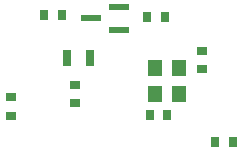
<source format=gbp>
G04*
G04 #@! TF.GenerationSoftware,Altium Limited,Altium Designer,22.4.2 (48)*
G04*
G04 Layer_Color=128*
%FSLAX25Y25*%
%MOIN*%
G70*
G04*
G04 #@! TF.SameCoordinates,0592E0CC-BA3F-4339-BE53-95EDDC47ECB4*
G04*
G04*
G04 #@! TF.FilePolarity,Positive*
G04*
G01*
G75*
%ADD13R,0.03150X0.03740*%
%ADD32R,0.04724X0.05512*%
%ADD33R,0.03740X0.03150*%
%ADD34R,0.03150X0.05315*%
%ADD35R,0.07087X0.02362*%
D13*
X79921Y14567D02*
D03*
X73819D02*
D03*
X57087Y56102D02*
D03*
X51181D02*
D03*
X16732Y56968D02*
D03*
X22638D02*
D03*
X51968Y23622D02*
D03*
X57874D02*
D03*
D32*
X53839Y39075D02*
D03*
X61713D02*
D03*
X53839Y30413D02*
D03*
X61713D02*
D03*
D33*
X5906Y29331D02*
D03*
Y23228D02*
D03*
X69291Y44882D02*
D03*
Y38976D02*
D03*
X26969Y27657D02*
D03*
Y33563D02*
D03*
D34*
X24508Y42520D02*
D03*
X32185D02*
D03*
D35*
X41732Y59449D02*
D03*
Y51968D02*
D03*
X32283Y55709D02*
D03*
M02*

</source>
